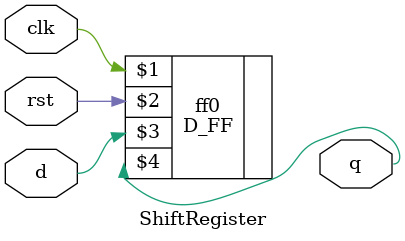
<source format=v>



module ShiftRegister #(
  parameter  width = 1
)(
  input clk,              // Clock
  input rst,              // Asynchronous Reset active low
  input  d,               // Input Data or Delay
  output [width-1:0] q    // Output Q
);


  generate
    genvar i;

    D_FF ff0  (clk, rst, d, q[0]);     // First FlipFlop

    for (i=0; i<(width-1); i=i+1) begin : dff_gene    // Generate FlipFlop (1~width-1)
      D_FF ff (clk, rst, q[i], q[i+1]);    // Later FlipFlop
    end
  endgenerate


endmodule
</source>
